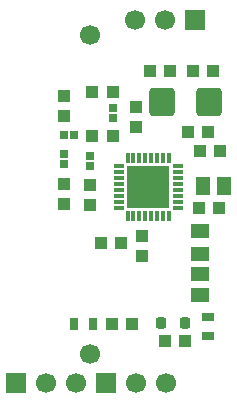
<source format=gts>
G04*
G04 #@! TF.GenerationSoftware,Altium Limited,Altium Designer,18.1.7 (191)*
G04*
G04 Layer_Color=8388736*
%FSLAX24Y24*%
%MOIN*%
G70*
G01*
G75*
%ADD23R,0.0394X0.0315*%
%ADD24R,0.0433X0.0394*%
%ADD25R,0.0315X0.0394*%
%ADD26R,0.0276X0.0256*%
%ADD27R,0.0394X0.0433*%
%ADD28R,0.0256X0.0276*%
G04:AMPARAMS|DCode=29|XSize=35.4mil|YSize=39.4mil|CornerRadius=9.8mil|HoleSize=0mil|Usage=FLASHONLY|Rotation=0.000|XOffset=0mil|YOffset=0mil|HoleType=Round|Shape=RoundedRectangle|*
%AMROUNDEDRECTD29*
21,1,0.0354,0.0197,0,0,0.0*
21,1,0.0157,0.0394,0,0,0.0*
1,1,0.0197,0.0079,-0.0098*
1,1,0.0197,-0.0079,-0.0098*
1,1,0.0197,-0.0079,0.0098*
1,1,0.0197,0.0079,0.0098*
%
%ADD29ROUNDEDRECTD29*%
G04:AMPARAMS|DCode=30|XSize=94.5mil|YSize=86.6mil|CornerRadius=14.4mil|HoleSize=0mil|Usage=FLASHONLY|Rotation=90.000|XOffset=0mil|YOffset=0mil|HoleType=Round|Shape=RoundedRectangle|*
%AMROUNDEDRECTD30*
21,1,0.0945,0.0579,0,0,90.0*
21,1,0.0657,0.0866,0,0,90.0*
1,1,0.0287,0.0289,0.0329*
1,1,0.0287,0.0289,-0.0329*
1,1,0.0287,-0.0289,-0.0329*
1,1,0.0287,-0.0289,0.0329*
%
%ADD30ROUNDEDRECTD30*%
%ADD31R,0.0492X0.0610*%
%ADD32O,0.0150X0.0374*%
%ADD33O,0.0374X0.0150*%
%ADD34R,0.1398X0.1398*%
%ADD35R,0.0591X0.0453*%
%ADD36R,0.0610X0.0492*%
%ADD37C,0.0669*%
%ADD38R,0.0669X0.0669*%
D23*
X73465Y16939D02*
D03*
Y17549D02*
D03*
D24*
X72018Y16752D02*
D03*
X72687D02*
D03*
X73868Y23081D02*
D03*
X73199D02*
D03*
X70256Y17313D02*
D03*
X70925D02*
D03*
X70276Y25069D02*
D03*
X69606D02*
D03*
Y23602D02*
D03*
X70276D02*
D03*
X72943Y25758D02*
D03*
X73612D02*
D03*
X70571Y20030D02*
D03*
X69902D02*
D03*
X72195Y25757D02*
D03*
X71526D02*
D03*
X73169Y21191D02*
D03*
X73839D02*
D03*
X73445Y23720D02*
D03*
X72776D02*
D03*
D25*
X69616Y17313D02*
D03*
X69006D02*
D03*
D26*
X70276Y24183D02*
D03*
Y24518D02*
D03*
X69528Y22933D02*
D03*
Y22598D02*
D03*
X68660Y22648D02*
D03*
Y22982D02*
D03*
D27*
X69528Y21299D02*
D03*
Y21969D02*
D03*
X68652Y24921D02*
D03*
Y24252D02*
D03*
X68661Y21319D02*
D03*
Y21988D02*
D03*
X71260Y19587D02*
D03*
Y20256D02*
D03*
X71073Y24547D02*
D03*
Y23878D02*
D03*
D28*
X68661Y23612D02*
D03*
X68996D02*
D03*
D29*
X72687Y17372D02*
D03*
X71887D02*
D03*
D30*
X73494Y24724D02*
D03*
X71919D02*
D03*
D31*
X73287Y21939D02*
D03*
X73996D02*
D03*
D32*
X70778Y22864D02*
D03*
X70974D02*
D03*
X71171D02*
D03*
X71368D02*
D03*
X71565D02*
D03*
X71762D02*
D03*
X71959D02*
D03*
X72156D02*
D03*
Y20915D02*
D03*
X71959D02*
D03*
X71762D02*
D03*
X71565D02*
D03*
X71368D02*
D03*
X71171D02*
D03*
X70974D02*
D03*
X70778D02*
D03*
D33*
X72441Y22579D02*
D03*
Y22382D02*
D03*
Y22185D02*
D03*
Y21988D02*
D03*
Y21791D02*
D03*
Y21594D02*
D03*
Y21398D02*
D03*
Y21201D02*
D03*
X70492D02*
D03*
Y21398D02*
D03*
Y21594D02*
D03*
Y21791D02*
D03*
Y21988D02*
D03*
Y22185D02*
D03*
Y22382D02*
D03*
Y22579D02*
D03*
D34*
X71467Y21890D02*
D03*
D35*
X73175Y19661D02*
D03*
Y20409D02*
D03*
D36*
X73179Y18982D02*
D03*
Y18274D02*
D03*
D37*
X71012Y27470D02*
D03*
X72012D02*
D03*
X72049Y15344D02*
D03*
X71049D02*
D03*
X69047D02*
D03*
X68047D02*
D03*
X69537Y26969D02*
D03*
Y16329D02*
D03*
D38*
X73012Y27470D02*
D03*
X70049Y15344D02*
D03*
X67047D02*
D03*
M02*

</source>
